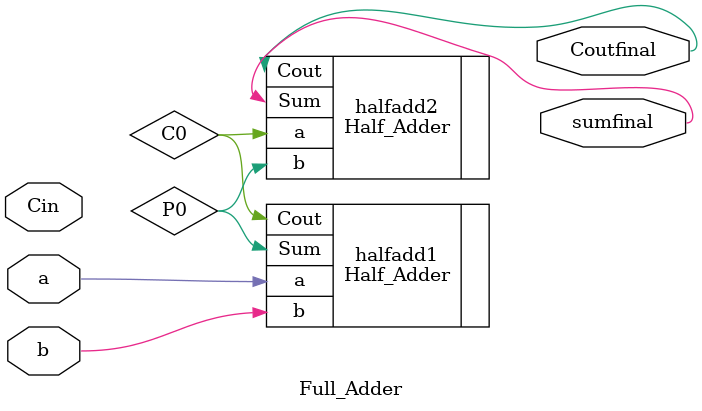
<source format=v>

module Full_Adder(a,b,Cin,Coutfinal,sumfinal);

input a , b, Cin;
output Coutfinal,sumfinal;

wire C0, P0;
Half_Adder halfadd1(.a(a),.b(b),.Sum(P0),.Cout(C0));
Half_Adder halfadd2(.a(C0),.b(P0),.Sum(sumfinal),.Cout(Coutfinal));

/*input a,b,Cin;
output Sum,Cout;
assign Sum= a^b^Cin;
assign Cout= (((a^b)&Cin) | (a&b));
*/
endmodule 
</source>
